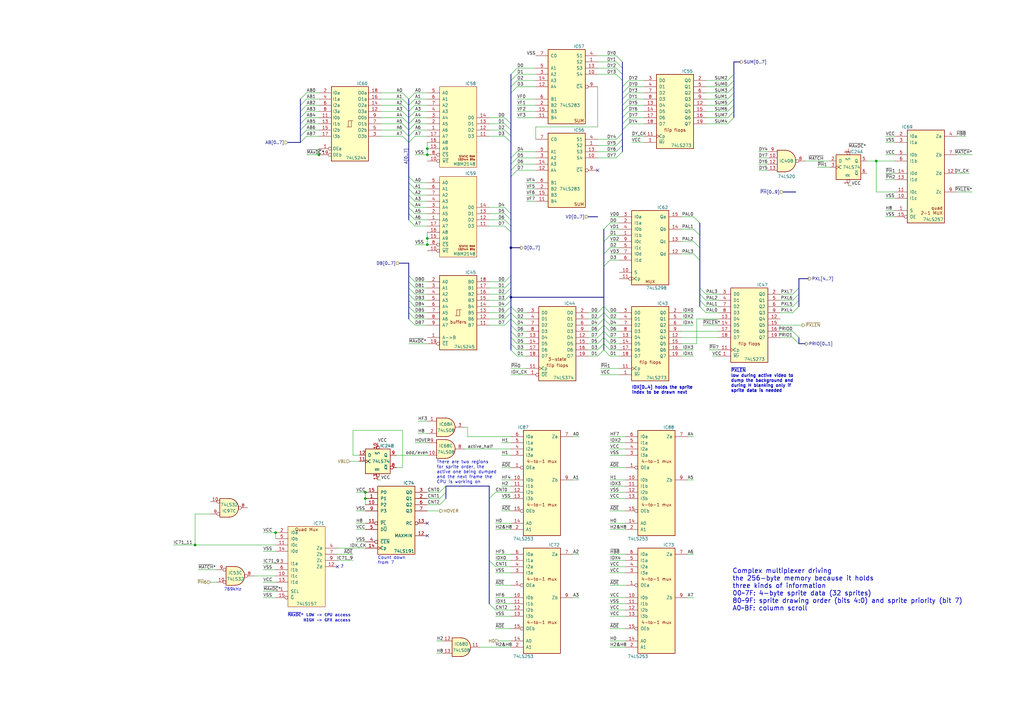
<source format=kicad_sch>
(kicad_sch (version 20231120) (generator "eeschema") (generator_version "8.0")
  (paper "A3")
  (title_block (date "2024-11-16") (company "JOTEGO") (comment 1 "www.patreon.com/jotego") (comment 2 "José Tejada"))
  (junction (at 209.55 121.92))
  (junction (at 175.26 60.96))
  (junction (at 209.55 101.6))
  (junction (at 359.41 66.04))
  (junction (at 80.01 223.52))
  (junction (at 113.03 218.44))
  (junction (at 175.26 63.5))
  (junction (at 175.26 100.33))
  (junction (at 149.86 204.47))
  (junction (at 130.81 63.5))
  (junction (at 175.26 97.79))
  (junction (at 149.86 201.93))
  (no_connect (at 175.26 219.71))
  (no_connect (at 245.11 69.85))
  (no_connect (at 175.26 214.63))
  (no_connect (at 138.43 232.41))
  (bus_entry (at 250.19 143.51) (size -2.54 -2.54))
  (bus_entry (at 209.55 140.97) (size 2.54 2.54))
  (bus_entry (at 255.27 43.18) (size 2.54 -2.54))
  (bus_entry (at 125.73 53.34) (size -2.54 2.54))
  (bus_entry (at 207.01 90.17) (size 2.54 2.54))
  (bus_entry (at 287.02 118.11) (size 2.54 2.54))
  (bus_entry (at 125.73 55.88) (size -2.54 2.54))
  (bus_entry (at 207.01 53.34) (size 2.54 2.54))
  (bus_entry (at 298.45 33.02) (size 2.54 -2.54))
  (bus_entry (at 165.1 45.72) (size 2.54 2.54))
  (bus_entry (at 287.02 123.19) (size 2.54 2.54))
  (bus_entry (at 284.48 88.9) (size 2.54 2.54))
  (bus_entry (at 207.01 133.35) (size 2.54 -2.54))
  (bus_entry (at 170.18 50.8) (size -2.54 2.54))
  (bus_entry (at 298.45 50.8) (size 2.54 -2.54))
  (bus_entry (at 125.73 48.26) (size -2.54 2.54))
  (bus_entry (at 170.18 40.64) (size -2.54 2.54))
  (bus_entry (at 252.73 25.4) (size 2.54 2.54))
  (bus_entry (at 245.11 146.05) (size 2.54 -2.54))
  (bus_entry (at 170.18 130.81) (size -2.54 -2.54))
  (bus_entry (at 125.73 43.18) (size -2.54 2.54))
  (bus_entry (at 170.18 48.26) (size -2.54 2.54))
  (bus_entry (at 209.55 128.27) (size 2.54 2.54))
  (bus_entry (at 170.18 128.27) (size -2.54 -2.54))
  (bus_entry (at 180.34 204.47) (size 2.54 -2.54))
  (bus_entry (at 207.01 120.65) (size 2.54 -2.54))
  (bus_entry (at 250.19 128.27) (size -2.54 -2.54))
  (bus_entry (at 284.48 93.98) (size 2.54 2.54))
  (bus_entry (at 207.01 128.27) (size 2.54 -2.54))
  (bus_entry (at 325.12 125.73) (size 2.54 -2.54))
  (bus_entry (at 212.09 67.31) (size -2.54 2.54))
  (bus_entry (at 252.73 62.23) (size 2.54 -2.54))
  (bus_entry (at 125.73 45.72) (size -2.54 2.54))
  (bus_entry (at 209.55 135.89) (size 2.54 2.54))
  (bus_entry (at 207.01 50.8) (size 2.54 2.54))
  (bus_entry (at 165.1 55.88) (size 2.54 2.54))
  (bus_entry (at 287.02 125.73) (size 2.54 2.54))
  (bus_entry (at 298.45 48.26) (size 2.54 -2.54))
  (bus_entry (at 255.27 48.26) (size 2.54 -2.54))
  (bus_entry (at 200.66 229.87) (size 2.54 2.54))
  (bus_entry (at 255.27 53.34) (size 2.54 -2.54))
  (bus_entry (at 200.66 204.47) (size 2.54 -2.54))
  (bus_entry (at 255.27 40.64) (size 2.54 -2.54))
  (bus_entry (at 247.65 99.06) (size 2.54 -2.54))
  (bus_entry (at 125.73 50.8) (size -2.54 2.54))
  (bus_entry (at 298.45 40.64) (size 2.54 -2.54))
  (bus_entry (at 207.01 115.57) (size 2.54 -2.54))
  (bus_entry (at 255.27 35.56) (size 2.54 -2.54))
  (bus_entry (at 245.11 143.51) (size 2.54 -2.54))
  (bus_entry (at 170.18 55.88) (size -2.54 2.54))
  (bus_entry (at 180.34 207.01) (size 2.54 -2.54))
  (bus_entry (at 212.09 33.02) (size -2.54 2.54))
  (bus_entry (at 170.18 125.73) (size -2.54 -2.54))
  (bus_entry (at 255.27 50.8) (size 2.54 -2.54))
  (bus_entry (at 325.12 123.19) (size 2.54 -2.54))
  (bus_entry (at 252.73 30.48) (size 2.54 2.54))
  (bus_entry (at 209.55 138.43) (size 2.54 2.54))
  (bus_entry (at 125.73 40.64) (size -2.54 2.54))
  (bus_entry (at 180.34 201.93) (size 2.54 -2.54))
  (bus_entry (at 245.11 133.35) (size 2.54 -2.54))
  (bus_entry (at 170.18 133.35) (size -2.54 -2.54))
  (bus_entry (at 165.1 40.64) (size 2.54 2.54))
  (bus_entry (at 170.18 38.1) (size -2.54 2.54))
  (bus_entry (at 170.18 80.01) (size -2.54 -2.54))
  (bus_entry (at 170.18 90.17) (size -2.54 -2.54))
  (bus_entry (at 325.12 138.43) (size 2.54 2.54))
  (bus_entry (at 212.09 35.56) (size -2.54 2.54))
  (bus_entry (at 255.27 38.1) (size 2.54 -2.54))
  (bus_entry (at 252.73 57.15) (size 2.54 -2.54))
  (bus_entry (at 247.65 93.98) (size 2.54 -2.54))
  (bus_entry (at 170.18 45.72) (size -2.54 2.54))
  (bus_entry (at 245.11 138.43) (size 2.54 -2.54))
  (bus_entry (at 298.45 38.1) (size 2.54 -2.54))
  (bus_entry (at 252.73 22.86) (size 2.54 2.54))
  (bus_entry (at 250.19 130.81) (size -2.54 -2.54))
  (bus_entry (at 245.11 140.97) (size 2.54 -2.54))
  (bus_entry (at 252.73 59.69) (size 2.54 -2.54))
  (bus_entry (at 209.55 133.35) (size 2.54 2.54))
  (bus_entry (at 298.45 45.72) (size 2.54 -2.54))
  (bus_entry (at 170.18 123.19) (size -2.54 -2.54))
  (bus_entry (at 212.09 30.48) (size -2.54 2.54))
  (bus_entry (at 207.01 85.09) (size 2.54 2.54))
  (bus_entry (at 250.19 133.35) (size -2.54 -2.54))
  (bus_entry (at 250.19 135.89) (size -2.54 -2.54))
  (bus_entry (at 170.18 82.55) (size -2.54 -2.54))
  (bus_entry (at 212.09 62.23) (size -2.54 2.54))
  (bus_entry (at 325.12 135.89) (size 2.54 2.54))
  (bus_entry (at 165.1 43.18) (size 2.54 2.54))
  (bus_entry (at 207.01 87.63) (size 2.54 2.54))
  (bus_entry (at 284.48 104.14) (size 2.54 2.54))
  (bus_entry (at 165.1 50.8) (size 2.54 2.54))
  (bus_entry (at 212.09 64.77) (size -2.54 2.54))
  (bus_entry (at 298.45 43.18) (size 2.54 -2.54))
  (bus_entry (at 170.18 115.57) (size -2.54 -2.54))
  (bus_entry (at 255.27 45.72) (size 2.54 -2.54))
  (bus_entry (at 212.09 27.94) (size -2.54 2.54))
  (bus_entry (at 245.11 135.89) (size 2.54 -2.54))
  (bus_entry (at 170.18 118.11) (size -2.54 -2.54))
  (bus_entry (at 170.18 74.93) (size -2.54 -2.54))
  (bus_entry (at 200.66 247.65) (size 2.54 2.54))
  (bus_entry (at 207.01 130.81) (size 2.54 -2.54))
  (bus_entry (at 207.01 125.73) (size 2.54 -2.54))
  (bus_entry (at 125.73 38.1) (size -2.54 2.54))
  (bus_entry (at 247.65 104.14) (size 2.54 -2.54))
  (bus_entry (at 252.73 64.77) (size 2.54 -2.54))
  (bus_entry (at 250.19 140.97) (size -2.54 -2.54))
  (bus_entry (at 165.1 53.34) (size 2.54 2.54))
  (bus_entry (at 170.18 120.65) (size -2.54 -2.54))
  (bus_entry (at 209.55 125.73) (size 2.54 2.54))
  (bus_entry (at 284.48 99.06) (size 2.54 2.54))
  (bus_entry (at 325.12 128.27) (size 2.54 -2.54))
  (bus_entry (at 170.18 92.71) (size -2.54 -2.54))
  (bus_entry (at 207.01 123.19) (size 2.54 -2.54))
  (bus_entry (at 170.18 43.18) (size -2.54 2.54))
  (bus_entry (at 170.18 85.09) (size -2.54 -2.54))
  (bus_entry (at 247.65 109.22) (size 2.54 -2.54))
  (bus_entry (at 212.09 69.85) (size -2.54 2.54))
  (bus_entry (at 298.45 35.56) (size 2.54 -2.54))
  (bus_entry (at 207.01 48.26) (size 2.54 2.54))
  (bus_entry (at 170.18 87.63) (size -2.54 -2.54))
  (bus_entry (at 170.18 77.47) (size -2.54 -2.54))
  (bus_entry (at 250.19 146.05) (size -2.54 -2.54))
  (bus_entry (at 325.12 120.65) (size 2.54 -2.54))
  (bus_entry (at 170.18 53.34) (size -2.54 2.54))
  (bus_entry (at 207.01 55.88) (size 2.54 2.54))
  (bus_entry (at 207.01 92.71) (size 2.54 2.54))
  (bus_entry (at 252.73 27.94) (size 2.54 2.54))
  (bus_entry (at 209.55 130.81) (size 2.54 2.54))
  (bus_entry (at 287.02 120.65) (size 2.54 2.54))
  (bus_entry (at 207.01 118.11) (size 2.54 -2.54))
  (bus_entry (at 165.1 38.1) (size 2.54 2.54))
  (bus_entry (at 245.11 128.27) (size 2.54 -2.54))
  (bus_entry (at 250.19 138.43) (size -2.54 -2.54))
  (bus_entry (at 209.55 143.51) (size 2.54 2.54))
  (bus_entry (at 165.1 48.26) (size 2.54 2.54))
  (bus_entry (at 245.11 130.81) (size 2.54 -2.54))
  (bus (pts (xy 247.65 135.89) (xy 247.65 133.35)))
  (wire (pts (xy 175.26 74.93) (xy 170.18 74.93)))
  (bus (pts (xy 209.55 133.35) (xy 209.55 130.81)))
  (wire (pts (xy 257.81 48.26) (xy 264.16 48.26)))
  (bus (pts (xy 209.55 30.48) (xy 209.55 33.02)))
  (wire (pts (xy 320.04 135.89) (xy 325.12 135.89)))
  (wire (pts (xy 257.81 43.18) (xy 264.16 43.18)))
  (wire (pts (xy 250.19 204.47) (xy 256.54 204.47)))
  (wire (pts (xy 175.26 53.34) (xy 170.18 53.34)))
  (bus (pts (xy 167.64 72.39) (xy 167.64 74.93)))
  (wire (pts (xy 320.04 120.65) (xy 325.12 120.65)))
  (bus (pts (xy 209.55 135.89) (xy 209.55 133.35)))
  (wire (pts (xy 245.11 30.48) (xy 252.73 30.48)))
  (wire (pts (xy 290.83 143.51) (xy 294.64 143.51)))
  (wire (pts (xy 175.26 77.47) (xy 170.18 77.47)))
  (wire (pts (xy 205.74 186.69) (xy 209.55 186.69)))
  (wire (pts (xy 320.04 128.27) (xy 325.12 128.27)))
  (wire (pts (xy 250.19 130.81) (xy 254 130.81)))
  (wire (pts (xy 347.98 76.2) (xy 349.25 76.2)))
  (wire (pts (xy 130.81 50.8) (xy 125.73 50.8)))
  (bus (pts (xy 327.66 118.11) (xy 327.66 114.3)))
  (bus (pts (xy 209.55 92.71) (xy 209.55 95.25)))
  (bus (pts (xy 247.65 133.35) (xy 247.65 130.81)))
  (bus (pts (xy 255.27 48.26) (xy 255.27 50.8)))
  (wire (pts (xy 245.11 35.56) (xy 245.11 52.07)))
  (bus (pts (xy 287.02 96.52) (xy 287.02 91.44)))
  (wire (pts (xy 215.9 82.55) (xy 219.71 82.55)))
  (bus (pts (xy 123.19 40.64) (xy 123.19 43.18)))
  (wire (pts (xy 363.22 88.9) (xy 367.03 88.9)))
  (wire (pts (xy 107.95 218.44) (xy 113.03 218.44)))
  (wire (pts (xy 250.19 217.17) (xy 256.54 217.17)))
  (bus (pts (xy 209.55 138.43) (xy 209.55 140.97)))
  (wire (pts (xy 171.45 177.8) (xy 175.26 177.8)))
  (wire (pts (xy 200.66 133.35) (xy 207.01 133.35)))
  (wire (pts (xy 107.95 233.68) (xy 113.03 233.68)))
  (wire (pts (xy 156.21 50.8) (xy 165.1 50.8)))
  (wire (pts (xy 279.4 146.05) (xy 284.48 146.05)))
  (wire (pts (xy 156.21 40.64) (xy 165.1 40.64)))
  (wire (pts (xy 125.73 40.64) (xy 130.81 40.64)))
  (bus (pts (xy 255.27 43.18) (xy 255.27 45.72)))
  (wire (pts (xy 257.81 45.72) (xy 264.16 45.72)))
  (wire (pts (xy 250.19 146.05) (xy 254 146.05)))
  (wire (pts (xy 335.28 68.58) (xy 340.36 68.58)))
  (wire (pts (xy 285.75 140.97) (xy 285.75 130.81)))
  (wire (pts (xy 156.21 55.88) (xy 165.1 55.88)))
  (wire (pts (xy 167.64 140.97) (xy 175.26 140.97)))
  (bus (pts (xy 209.55 101.6) (xy 213.36 101.6)))
  (wire (pts (xy 80.01 223.52) (xy 113.03 223.52)))
  (wire (pts (xy 320.04 125.73) (xy 325.12 125.73)))
  (bus (pts (xy 182.88 199.39) (xy 182.88 201.93)))
  (wire (pts (xy 279.4 99.06) (xy 284.48 99.06)))
  (wire (pts (xy 250.19 104.14) (xy 254 104.14)))
  (bus (pts (xy 167.64 74.93) (xy 167.64 77.47)))
  (wire (pts (xy 279.4 104.14) (xy 284.48 104.14)))
  (bus (pts (xy 255.27 59.69) (xy 255.27 62.23)))
  (wire (pts (xy 156.21 48.26) (xy 165.1 48.26)))
  (bus (pts (xy 300.99 45.72) (xy 300.99 48.26)))
  (wire (pts (xy 250.19 99.06) (xy 254 99.06)))
  (bus (pts (xy 300.99 33.02) (xy 300.99 35.56)))
  (wire (pts (xy 250.19 234.95) (xy 256.54 234.95)))
  (wire (pts (xy 215.9 74.93) (xy 219.71 74.93)))
  (bus (pts (xy 300.99 30.48) (xy 300.99 33.02)))
  (wire (pts (xy 250.19 181.61) (xy 256.54 181.61)))
  (wire (pts (xy 250.19 199.39) (xy 256.54 199.39)))
  (bus (pts (xy 327.66 120.65) (xy 327.66 118.11)))
  (wire (pts (xy 279.4 133.35) (xy 284.48 133.35)))
  (wire (pts (xy 285.75 130.81) (xy 294.64 130.81)))
  (wire (pts (xy 257.81 50.8) (xy 264.16 50.8)))
  (bus (pts (xy 123.19 53.34) (xy 123.19 55.88)))
  (bus (pts (xy 209.55 101.6) (xy 209.55 113.03)))
  (wire (pts (xy 281.94 245.11) (xy 284.48 245.11)))
  (wire (pts (xy 203.2 201.93) (xy 209.55 201.93)))
  (wire (pts (xy 203.2 214.63) (xy 209.55 214.63)))
  (bus (pts (xy 209.55 140.97) (xy 209.55 143.51)))
  (bus (pts (xy 182.88 201.93) (xy 182.88 204.47)))
  (bus (pts (xy 167.64 123.19) (xy 167.64 120.65)))
  (bus (pts (xy 209.55 53.34) (xy 209.55 55.88)))
  (bus (pts (xy 287.02 106.68) (xy 287.02 118.11)))
  (wire (pts (xy 200.66 55.88) (xy 207.01 55.88)))
  (wire (pts (xy 191.77 175.26) (xy 191.77 179.07)))
  (wire (pts (xy 289.56 120.65) (xy 294.64 120.65)))
  (bus (pts (xy 167.64 120.65) (xy 167.64 118.11)))
  (bus (pts (xy 209.55 50.8) (xy 209.55 53.34)))
  (wire (pts (xy 212.09 69.85) (xy 219.71 69.85)))
  (wire (pts (xy 363.22 71.12) (xy 367.03 71.12)))
  (wire (pts (xy 146.05 209.55) (xy 149.86 209.55)))
  (wire (pts (xy 215.9 80.01) (xy 219.71 80.01)))
  (wire (pts (xy 363.22 58.42) (xy 367.03 58.42)))
  (wire (pts (xy 311.15 69.85) (xy 314.96 69.85)))
  (wire (pts (xy 212.09 135.89) (xy 215.9 135.89)))
  (wire (pts (xy 113.03 220.98) (xy 113.03 218.44)))
  (wire (pts (xy 392.43 55.88) (xy 396.24 55.88)))
  (wire (pts (xy 138.43 227.33) (xy 144.78 227.33)))
  (bus (pts (xy 209.55 87.63) (xy 209.55 90.17)))
  (wire (pts (xy 359.41 66.04) (xy 359.41 78.74)))
  (wire (pts (xy 320.04 123.19) (xy 325.12 123.19)))
  (wire (pts (xy 200.66 53.34) (xy 207.01 53.34)))
  (wire (pts (xy 179.07 262.89) (xy 181.61 262.89)))
  (wire (pts (xy 279.4 143.51) (xy 284.48 143.51)))
  (bus (pts (xy 167.64 87.63) (xy 167.64 85.09)))
  (wire (pts (xy 170.18 125.73) (xy 175.26 125.73)))
  (bus (pts (xy 300.99 35.56) (xy 300.99 38.1)))
  (wire (pts (xy 175.26 207.01) (xy 180.34 207.01)))
  (wire (pts (xy 175.26 40.64) (xy 170.18 40.64)))
  (wire (pts (xy 146.05 222.25) (xy 149.86 222.25)))
  (wire (pts (xy 81.28 233.68) (xy 88.9 233.68)))
  (wire (pts (xy 138.43 229.87) (xy 144.78 229.87)))
  (wire (pts (xy 203.2 245.11) (xy 209.55 245.11)))
  (bus (pts (xy 255.27 54.61) (xy 255.27 53.34)))
  (wire (pts (xy 289.56 38.1) (xy 298.45 38.1)))
  (bus (pts (xy 327.66 123.19) (xy 327.66 120.65)))
  (wire (pts (xy 130.81 60.96) (xy 130.81 63.5)))
  (wire (pts (xy 245.11 62.23) (xy 252.73 62.23)))
  (bus (pts (xy 287.02 123.19) (xy 287.02 125.73)))
  (wire (pts (xy 147.32 186.69) (xy 144.78 186.69)))
  (wire (pts (xy 241.3 138.43) (xy 245.11 138.43)))
  (wire (pts (xy 149.86 204.47) (xy 149.86 207.01)))
  (bus (pts (xy 209.55 123.19) (xy 209.55 125.73)))
  (bus (pts (xy 255.27 30.48) (xy 255.27 27.94)))
  (bus (pts (xy 123.19 48.26) (xy 123.19 50.8)))
  (wire (pts (xy 245.11 27.94) (xy 252.73 27.94)))
  (wire (pts (xy 245.11 25.4) (xy 252.73 25.4)))
  (wire (pts (xy 175.26 92.71) (xy 170.18 92.71)))
  (bus (pts (xy 300.99 25.4) (xy 300.99 30.48)))
  (wire (pts (xy 250.19 101.6) (xy 254 101.6)))
  (wire (pts (xy 363.22 63.5) (xy 367.03 63.5)))
  (bus (pts (xy 123.19 45.72) (xy 123.19 48.26)))
  (wire (pts (xy 212.09 27.94) (xy 219.71 27.94)))
  (wire (pts (xy 355.6 66.04) (xy 359.41 66.04)))
  (wire (pts (xy 149.86 201.93) (xy 149.86 204.47)))
  (bus (pts (xy 123.19 50.8) (xy 123.19 53.34)))
  (wire (pts (xy 250.19 227.33) (xy 256.54 227.33)))
  (wire (pts (xy 175.26 90.17) (xy 170.18 90.17)))
  (bus (pts (xy 200.66 229.87) (xy 200.66 204.47)))
  (wire (pts (xy 294.64 133.35) (xy 288.29 133.35)))
  (wire (pts (xy 175.26 100.33) (xy 175.26 97.79)))
  (wire (pts (xy 250.19 135.89) (xy 254 135.89)))
  (wire (pts (xy 289.56 40.64) (xy 298.45 40.64)))
  (wire (pts (xy 392.43 63.5) (xy 398.78 63.5)))
  (wire (pts (xy 212.09 143.51) (xy 215.9 143.51)))
  (wire (pts (xy 205.74 199.39) (xy 209.55 199.39)))
  (bus (pts (xy 255.27 35.56) (xy 255.27 38.1)))
  (wire (pts (xy 245.11 59.69) (xy 252.73 59.69)))
  (wire (pts (xy 191.77 179.07) (xy 209.55 179.07)))
  (bus (pts (xy 247.65 143.51) (xy 247.65 140.97)))
  (wire (pts (xy 330.2 66.04) (xy 340.36 66.04)))
  (wire (pts (xy 146.05 214.63) (xy 149.86 214.63)))
  (bus (pts (xy 209.55 90.17) (xy 209.55 92.71)))
  (wire (pts (xy 250.19 240.03) (xy 256.54 240.03)))
  (wire (pts (xy 156.21 38.1) (xy 165.1 38.1)))
  (wire (pts (xy 289.56 50.8) (xy 298.45 50.8)))
  (wire (pts (xy 170.18 100.33) (xy 175.26 100.33)))
  (wire (pts (xy 212.09 62.23) (xy 219.71 62.23)))
  (wire (pts (xy 200.66 118.11) (xy 207.01 118.11)))
  (wire (pts (xy 107.95 238.76) (xy 113.03 238.76)))
  (bus (pts (xy 321.31 78.74) (xy 326.39 78.74)))
  (wire (pts (xy 107.95 242.57) (xy 113.03 242.57)))
  (wire (pts (xy 234.95 179.07) (xy 237.49 179.07)))
  (wire (pts (xy 212.09 146.05) (xy 215.9 146.05)))
  (wire (pts (xy 289.56 35.56) (xy 298.45 35.56)))
  (bus (pts (xy 255.27 45.72) (xy 255.27 48.26)))
  (wire (pts (xy 170.18 181.61) (xy 175.26 181.61)))
  (wire (pts (xy 250.19 262.89) (xy 256.54 262.89)))
  (wire (pts (xy 257.81 35.56) (xy 264.16 35.56)))
  (wire (pts (xy 204.47 262.89) (xy 209.55 262.89)))
  (bus (pts (xy 255.27 50.8) (xy 255.27 53.34)))
  (wire (pts (xy 212.09 67.31) (xy 219.71 67.31)))
  (wire (pts (xy 138.43 224.79) (xy 149.86 224.79)))
  (wire (pts (xy 175.26 38.1) (xy 170.18 38.1)))
  (bus (pts (xy 300.99 40.64) (xy 300.99 43.18)))
  (wire (pts (xy 200.66 87.63) (xy 207.01 87.63)))
  (wire (pts (xy 212.09 128.27) (xy 215.9 128.27)))
  (bus (pts (xy 200.66 199.39) (xy 182.88 199.39)))
  (wire (pts (xy 156.21 45.72) (xy 165.1 45.72)))
  (wire (pts (xy 156.21 43.18) (xy 165.1 43.18)))
  (bus (pts (xy 209.55 113.03) (xy 209.55 115.57)))
  (wire (pts (xy 175.26 85.09) (xy 170.18 85.09)))
  (bus (pts (xy 247.65 130.81) (xy 247.65 128.27)))
  (wire (pts (xy 234.95 227.33) (xy 237.49 227.33)))
  (wire (pts (xy 200.66 85.09) (xy 207.01 85.09)))
  (bus (pts (xy 167.64 82.55) (xy 167.64 80.01)))
  (wire (pts (xy 250.19 232.41) (xy 256.54 232.41)))
  (bus (pts (xy 167.64 55.88) (xy 167.64 58.42)))
  (wire (pts (xy 71.12 223.52) (xy 80.01 223.52)))
  (wire (pts (xy 281.94 227.33) (xy 284.48 227.33)))
  (wire (pts (xy 250.19 93.98) (xy 254 93.98)))
  (bus (pts (xy 209.55 138.43) (xy 209.55 135.89)))
  (wire (pts (xy 219.71 52.07) (xy 219.71 57.15)))
  (wire (pts (xy 212.09 45.72) (xy 219.71 45.72)))
  (wire (pts (xy 200.66 92.71) (xy 207.01 92.71)))
  (bus (pts (xy 209.55 33.02) (xy 209.55 35.56)))
  (wire (pts (xy 259.08 58.42) (xy 264.16 58.42)))
  (wire (pts (xy 165.1 191.77) (xy 162.56 191.77)))
  (wire (pts (xy 146.05 217.17) (xy 149.86 217.17)))
  (wire (pts (xy 320.04 133.35) (xy 328.93 133.35)))
  (bus (pts (xy 255.27 33.02) (xy 255.27 30.48)))
  (bus (pts (xy 209.55 38.1) (xy 209.55 50.8)))
  (bus (pts (xy 327.66 140.97) (xy 330.2 140.97)))
  (bus (pts (xy 247.65 104.14) (xy 247.65 99.06)))
  (wire (pts (xy 219.71 43.18) (xy 212.09 43.18)))
  (wire (pts (xy 250.19 191.77) (xy 256.54 191.77)))
  (bus (pts (xy 209.55 58.42) (xy 209.55 64.77)))
  (wire (pts (xy 86.36 238.76) (xy 88.9 238.76)))
  (wire (pts (xy 289.56 43.18) (xy 298.45 43.18)))
  (bus (pts (xy 209.55 55.88) (xy 209.55 58.42)))
  (wire (pts (xy 212.09 64.77) (xy 219.71 64.77)))
  (bus (pts (xy 327.66 125.73) (xy 327.66 123.19)))
  (wire (pts (xy 250.19 179.07) (xy 256.54 179.07)))
  (bus (pts (xy 255.27 35.56) (xy 255.27 33.02)))
  (bus (pts (xy 247.65 109.22) (xy 247.65 125.73)))
  (bus (pts (xy 167.64 85.09) (xy 167.64 82.55)))
  (wire (pts (xy 250.19 265.43) (xy 256.54 265.43)))
  (wire (pts (xy 311.15 62.23) (xy 314.96 62.23)))
  (wire (pts (xy 298.45 45.72) (xy 289.56 45.72)))
  (wire (pts (xy 250.19 96.52) (xy 254 96.52)))
  (bus (pts (xy 209.55 125.73) (xy 209.55 128.27)))
  (wire (pts (xy 250.19 209.55) (xy 256.54 209.55)))
  (wire (pts (xy 200.66 128.27) (xy 207.01 128.27)))
  (wire (pts (xy 170.18 120.65) (xy 175.26 120.65)))
  (wire (pts (xy 200.66 115.57) (xy 207.01 115.57)))
  (bus (pts (xy 167.64 50.8) (xy 167.64 53.34)))
  (bus (pts (xy 209.55 118.11) (xy 209.55 120.65)))
  (wire (pts (xy 190.5 184.15) (xy 209.55 184.15)))
  (wire (pts (xy 245.11 64.77) (xy 252.73 64.77)))
  (wire (pts (xy 175.26 209.55) (xy 180.34 209.55)))
  (wire (pts (xy 203.2 247.65) (xy 209.55 247.65)))
  (wire (pts (xy 156.21 53.34) (xy 165.1 53.34)))
  (bus (pts (xy 247.65 104.14) (xy 247.65 109.22)))
  (wire (pts (xy 250.19 143.51) (xy 254 143.51)))
  (wire (pts (xy 203.2 250.19) (xy 209.55 250.19)))
  (wire (pts (xy 170.18 130.81) (xy 175.26 130.81)))
  (wire (pts (xy 200.66 48.26) (xy 207.01 48.26)))
  (wire (pts (xy 363.22 73.66) (xy 367.03 73.66)))
  (wire (pts (xy 250.19 184.15) (xy 256.54 184.15)))
  (bus (pts (xy 247.65 138.43) (xy 247.65 135.89)))
  (wire (pts (xy 250.19 229.87) (xy 256.54 229.87)))
  (bus (pts (xy 209.55 35.56) (xy 209.55 38.1)))
  (bus (pts (xy 167.64 118.11) (xy 167.64 115.57)))
  (bus (pts (xy 241.3 88.9) (xy 245.11 88.9)))
  (wire (pts (xy 246.38 151.13) (xy 254 151.13)))
  (bus (pts (xy 287.02 120.65) (xy 287.02 123.19)))
  (bus (pts (xy 209.55 67.31) (xy 209.55 69.85)))
  (wire (pts (xy 175.26 87.63) (xy 170.18 87.63)))
  (wire (pts (xy 311.15 64.77) (xy 314.96 64.77)))
  (bus (pts (xy 255.27 40.64) (xy 255.27 43.18)))
  (wire (pts (xy 165.1 176.53) (xy 165.1 191.77)))
  (bus (pts (xy 255.27 38.1) (xy 255.27 40.64)))
  (wire (pts (xy 170.18 63.5) (xy 175.26 63.5)))
  (wire (pts (xy 175.26 80.01) (xy 170.18 80.01)))
  (bus (pts (xy 209.55 72.39) (xy 209.55 87.63)))
  (wire (pts (xy 250.19 201.93) (xy 256.54 201.93)))
  (wire (pts (xy 203.2 252.73) (xy 209.55 252.73)))
  (bus (pts (xy 327.66 114.3) (xy 331.47 114.3)))
  (wire (pts (xy 175.26 50.8) (xy 170.18 50.8)))
  (wire (pts (xy 250.19 138.43) (xy 254 138.43)))
  (wire (pts (xy 170.18 115.57) (xy 175.26 115.57)))
  (wire (pts (xy 289.56 123.19) (xy 294.64 123.19)))
  (wire (pts (xy 245.11 57.15) (xy 252.73 57.15)))
  (wire (pts (xy 250.19 250.19) (xy 256.54 250.19)))
  (wire (pts (xy 125.73 38.1) (xy 130.81 38.1)))
  (wire (pts (xy 203.2 217.17) (xy 209.55 217.17)))
  (wire (pts (xy 107.95 245.11) (xy 113.03 245.11)))
  (wire (pts (xy 250.19 140.97) (xy 254 140.97)))
  (wire (pts (xy 279.4 88.9) (xy 284.48 88.9)))
  (bus (pts (xy 255.27 54.61) (xy 255.27 57.15)))
  (wire (pts (xy 250.19 196.85) (xy 256.54 196.85)))
  (bus (pts (xy 167.64 113.03) (xy 167.64 107.95)))
  (wire (pts (xy 179.07 267.97) (xy 181.61 267.97)))
  (wire (pts (xy 130.81 53.34) (xy 125.73 53.34)))
  (bus (pts (xy 247.65 128.27) (xy 247.65 125.73)))
  (wire (pts (xy 146.05 201.93) (xy 149.86 201.93)))
  (wire (pts (xy 363.22 55.88) (xy 367.03 55.88)))
  (bus (pts (xy 209.55 64.77) (xy 209.55 67.31)))
  (wire (pts (xy 212.09 140.97) (xy 215.9 140.97)))
  (wire (pts (xy 212.09 48.26) (xy 219.71 48.26)))
  (wire (pts (xy 209.55 153.67) (xy 215.9 153.67)))
  (wire (pts (xy 200.66 130.81) (xy 207.01 130.81)))
  (wire (pts (xy 170.18 118.11) (xy 175.26 118.11)))
  (wire (pts (xy 107.95 231.14) (xy 113.03 231.14)))
  (wire (pts (xy 257.81 40.64) (xy 264.16 40.64)))
  (bus (pts (xy 118.11 58.42) (xy 123.19 58.42)))
  (wire (pts (xy 241.3 143.51) (xy 245.11 143.51)))
  (bus (pts (xy 200.66 247.65) (xy 200.66 229.87)))
  (wire (pts (xy 279.4 135.89) (xy 294.64 135.89)))
  (wire (pts (xy 125.73 43.18) (xy 130.81 43.18)))
  (wire (pts (xy 241.3 135.89) (xy 245.11 135.89)))
  (wire (pts (xy 246.38 153.67) (xy 254 153.67)))
  (bus (pts (xy 200.66 204.47) (xy 200.66 199.39)))
  (bus (pts (xy 247.65 99.06) (xy 247.65 93.98)))
  (wire (pts (xy 212.09 40.64) (xy 219.71 40.64)))
  (wire (pts (xy 241.3 140.97) (xy 245.11 140.97)))
  (bus (pts (xy 300.99 25.4) (xy 303.53 25.4)))
  (bus (pts (xy 209.55 118.11) (xy 209.55 115.57)))
  (bus (pts (xy 209.55 69.85) (xy 209.55 72.39)))
  (wire (pts (xy 203.2 234.95) (xy 209.55 234.95)))
  (wire (pts (xy 250.19 88.9) (xy 254 88.9)))
  (wire (pts (xy 212.09 33.02) (xy 219.71 33.02)))
  (wire (pts (xy 250.19 186.69) (xy 256.54 186.69)))
  (wire (pts (xy 241.3 133.35) (xy 245.11 133.35)))
  (wire (pts (xy 200.66 120.65) (xy 207.01 120.65)))
  (wire (pts (xy 279.4 93.98) (xy 284.48 93.98)))
  (bus (pts (xy 327.66 138.43) (xy 327.66 140.97)))
  (bus (pts (xy 167.64 45.72) (xy 167.64 48.26)))
  (wire (pts (xy 392.43 78.74) (xy 398.78 78.74)))
  (wire (pts (xy 241.3 130.81) (xy 245.11 130.81)))
  (wire (pts (xy 170.18 133.35) (xy 175.26 133.35)))
  (wire (pts (xy 320.04 138.43) (xy 325.12 138.43)))
  (wire (pts (xy 250.19 252.73) (xy 256.54 252.73)))
  (wire (pts (xy 175.26 95.25) (xy 175.26 97.79)))
  (wire (pts (xy 107.95 226.06) (xy 113.03 226.06)))
  (bus (pts (xy 287.02 118.11) (xy 287.02 120.65)))
  (wire (pts (xy 215.9 77.47) (xy 219.71 77.47)))
  (wire (pts (xy 175.26 201.93) (xy 180.34 201.93)))
  (bus (pts (xy 300.99 43.18) (xy 300.99 45.72)))
  (wire (pts (xy 125.73 45.72) (xy 130.81 45.72)))
  (wire (pts (xy 209.55 151.13) (xy 215.9 151.13)))
  (wire (pts (xy 289.56 33.02) (xy 298.45 33.02)))
  (wire (pts (xy 80.01 210.82) (xy 80.01 223.52)))
  (wire (pts (xy 200.66 125.73) (xy 207.01 125.73)))
  (wire (pts (xy 392.43 71.12) (xy 397.51 71.12)))
  (wire (pts (xy 289.56 125.73) (xy 294.64 125.73)))
  (wire (pts (xy 292.1 146.05) (xy 294.64 146.05)))
  (bus (pts (xy 209.55 120.65) (xy 209.55 121.92)))
  (wire (pts (xy 209.55 229.87) (xy 203.2 229.87)))
  (wire (pts (xy 203.2 227.33) (xy 209.55 227.33)))
  (bus (pts (xy 287.02 101.6) (xy 287.02 96.52)))
  (wire (pts (xy 175.26 63.5) (xy 175.26 60.96)))
  (bus (pts (xy 167.64 58.42) (xy 167.64 72.39)))
  (wire (pts (xy 171.45 172.72) (xy 175.26 172.72)))
  (wire (pts (xy 250.19 106.68) (xy 254 106.68)))
  (wire (pts (xy 250.19 245.11) (xy 256.54 245.11)))
  (wire (pts (xy 289.56 48.26) (xy 298.45 48.26)))
  (wire (pts (xy 311.15 67.31) (xy 314.96 67.31)))
  (wire (pts (xy 250.19 214.63) (xy 256.54 214.63)))
  (wire (pts (xy 200.66 50.8) (xy 207.01 50.8)))
  (wire (pts (xy 245.11 22.86) (xy 252.73 22.86)))
  (wire (pts (xy 175.26 204.47) (xy 180.34 204.47)))
  (bus (pts (xy 209.55 121.92) (xy 209.55 123.19)))
  (wire (pts (xy 234.95 196.85) (xy 237.49 196.85)))
  (wire (pts (xy 205.74 181.61) (xy 209.55 181.61)))
  (wire (pts (xy 175.26 58.42) (xy 175.26 60.96)))
  (wire (pts (xy 250.19 133.35) (xy 254 133.35)))
  (wire (pts (xy 250.19 257.81) (xy 256.54 257.81)))
  (wire (pts (xy 241.3 128.27) (xy 245.11 128.27)))
  (bus (pts (xy 167.64 53.34) (xy 167.64 55.88)))
  (wire (pts (xy 200.66 90.17) (xy 207.01 90.17)))
  (wire (pts (xy 259.08 55.88) (xy 264.16 55.88)))
  (wire (pts (xy 359.41 78.74) (xy 367.03 78.74)))
  (bus (pts (xy 255.27 59.69) (xy 255.27 57.15)))
  (wire (pts (xy 363.22 86.36) (xy 367.03 86.36)))
  (wire (pts (xy 359.41 66.04) (xy 367.03 66.04)))
  (wire (pts (xy 245.11 52.07) (xy 219.71 52.07)))
  (wire (pts (xy 281.94 179.07) (xy 284.48 179.07)))
  (wire (pts (xy 130.81 48.26) (xy 125.73 48.26)))
  (wire (pts (xy 170.18 123.19) (xy 175.26 123.19)))
  (wire (pts (xy 279.4 130.81) (xy 284.48 130.81)))
  (wire (pts (xy 203.2 232.41) (xy 209.55 232.41)))
  (wire (pts (xy 170.18 128.27) (xy 175.26 128.27)))
  (bus (pts (xy 209.55 130.81) (xy 209.55 128.27)))
  (bus (pts (xy 167.64 90.17) (xy 167.64 87.63)))
  (bus (pts (xy 167.64 125.73) (xy 167.64 123.19)))
  (wire (pts (xy 200.66 123.19) (xy 207.01 123.19)))
  (bus (pts (xy 167.64 43.18) (xy 167.64 45.72)))
  (wire (pts (xy 281.94 196.85) (xy 284.48 196.85)))
  (wire (pts (xy 156.21 196.85) (xy 154.94 196.85)))
  (wire (pts (xy 196.85 265.43) (xy 209.55 265.43)))
  (wire (pts (xy 80.01 210.82) (xy 86.36 210.82)))
  (wire (pts (xy 212.09 35.56) (xy 219.71 35.56)))
  (bus (pts (xy 123.19 55.88) (xy 123.19 58.42)))
  (bus (pts (xy 209.55 121.92) (xy 247.65 121.92)))
  (bus (pts (xy 287.02 106.68) (xy 287.02 101.6)))
  (wire (pts (xy 257.81 33.02) (xy 264.16 33.02)))
  (wire (pts (xy 144.78 176.53) (xy 165.1 176.53)))
  (wire (pts (xy 212.09 30.48) (xy 219.71 30.48)))
  (bus (pts (xy 123.19 43.18) (xy 123.19 45.72)))
  (wire (pts (xy 162.56 186.69) (xy 175.26 186.69)))
  (bus (pts (xy 167.64 48.26) (xy 167.64 50.8)))
  (wire (pts (xy 250.19 247.65) (xy 256.54 247.65)))
  (wire (pts (xy 212.09 133.35) (xy 215.9 133.35)))
  (wire (pts (xy 205.74 209.55) (xy 209.55 209.55)))
  (bus (pts (xy 167.64 128.27) (xy 167.64 125.73)))
  (wire (pts (xy 279.4 128.27) (xy 284.48 128.27)))
  (wire (pts (xy 190.5 175.26) (xy 191.77 175.26)))
  (wire (pts (xy 175.26 45.72) (xy 170.18 45.72)))
  (wire (pts (xy 212.09 138.43) (xy 215.9 138.43)))
  (wire (pts (xy 175.26 55.88) (xy 170.18 55.88)))
  (wire (pts (xy 130.81 55.88) (xy 125.73 55.88)))
  (bus (pts (xy 255.27 27.94) (xy 255.27 25.4)))
  (bus (pts (xy 167.64 40.64) (xy 167.64 43.18)))
  (wire (pts (xy 289.56 128.27) (xy 294.64 128.27)))
  (wire (pts (xy 205.74 196.85) (xy 209.55 196.85)))
  (wire (pts (xy 363.22 81.28) (xy 367.03 81.28)))
  (wire (pts (xy 257.81 38.1) (xy 264.16 38.1)))
  (wire (pts (xy 250.19 128.27) (xy 254 128.27)))
  (wire (pts (xy 175.26 82.55) (xy 170.18 82.55)))
  (wire (pts (xy 241.3 146.05) (xy 245.11 146.05)))
  (bus (pts (xy 167.64 80.01) (xy 167.64 77.47)))
  (wire (pts (xy 144.78 186.69) (xy 144.78 176.53)))
  (wire (pts (xy 234.95 245.11) (xy 237.49 245.11)))
  (wire (pts (xy 205.74 191.77) (xy 209.55 191.77)))
  (wire (pts (xy 175.26 43.18) (xy 170.18 43.18)))
  (wire (pts (xy 203.2 257.81) (xy 209.55 257.81)))
  (bus (pts (xy 167.64 130.81) (xy 167.64 128.27)))
  (wire (pts (xy 250.19 91.44) (xy 254 91.44)))
  (bus (pts (xy 209.55 95.25) (xy 209.55 101.6)))
  (bus (pts (xy 247.65 140.97) (xy 247.65 138.43)))
  (wire (pts (xy 143.51 189.23) (xy 147.32 189.23)))
  (bus (pts (xy 163.83 107.95) (xy 167.64 107.95)))
  (bus (pts (xy 300.99 38.1) (xy 300.99 40.64)))
  (wire (pts (xy 212.09 130.81) (xy 215.9 130.81)))
  (wire (pts (xy 104.14 236.22) (xy 113.03 236.22)))
  (wire (pts (xy 175.26 48.26) (xy 170.18 48.26)))
  (bus (pts (xy 167.64 115.57) (xy 167.64 113.03)))
  (wire (pts (xy 125.73 63.5) (xy 130.81 63.5)))
  (wire (pts (xy 279.4 140.97) (xy 285.75 140.97)))
  (wire (pts (xy 279.4 138.43) (xy 294.64 138.43)))
  (wire (pts (xy 205.74 204.47) (xy 209.55 204.47)))
  (wire (pts (xy 203.2 240.03) (xy 209.55 240.03)))
  (text "There are two regions\nfor sprite order, the\nactive one being dumped\nand the next frame the \nCPU is working on" (at 179.07 193.675 0) (effects (font (size 1.27 1.27)) (justify left)))
  (text "~{PXLEN}\nlow during active video to \ndump the background and\nduring H blanking only if \nsprite data is needed" (at 299.72 156.21 0) (effects (font (size 1.27 1.27) (thickness 0.254) (bold yes)) (justify left)))
  (text "Count down \nfrom 7" (at 154.94 229.87 0) (effects (font (size 1.27 1.27)) (justify left)))
  (text "IDX[0..4] holds the sprite\nindex to be drawn next" (at 259.08 160.02 0) (effects (font (size 1.27 1.27) (thickness 0.254) (bold yes)) (justify left)))
  (text "~{MAxDC}* LOW -> CPU access\n      HIGH -> GFX access" (at 118.11 254 0) (effects (font (size 1.27 1.27) (thickness 0.254) (bold yes)) (justify left)))
  (text "?" (at 139.7 232.41 0) (effects (font (size 1.27 1.27)) (justify left)))
  (text "Complex multiplexer driving\nthe 256-byte memory because it holds\nthree kinds of information\n00~7F: 4-byte sprite data (32 sprites)\n80~9F: sprite drawing order (bits 4:0) and sprite priority (bit 7)\nA0~BF: column scroll" (at 300.355 241.935 0) (effects (font (size 1.905 1.905) (thickness 0.254) (bold yes)) (justify left)))
  (text "769kHz\n" (at 99.06 242.57 0) (effects (font (size 1.27 1.27)) (justify right bottom)))
  (label "D7" (at 212.09 138.43 0))
  (label "A[0..7]" (at 167.64 67.31 90))
  (label "A3" (at 165.1 45.72 180))
  (label "PAL2" (at 289.56 123.19 0))
  (label "DY5" (at 252.73 59.69 180))
  (label "CNT1" (at 203.2 232.41 0))
  (label "D0" (at 207.01 48.26 180))
  (label "VF1" (at 212.09 43.18 0))
  (label "VF7" (at 215.9 82.55 0))
  (label "~{MATCH}" (at 337.82 66.04 180))
  (label "~{AOE}" (at 144.78 227.33 180))
  (label "DB5" (at 170.18 128.27 0))
  (label "~{PH}1" (at 335.28 68.58 0))
  (label "SUM0" (at 298.45 35.56 180))
  (label "H2" (at 179.07 262.89 0))
  (label "DB4" (at 170.18 125.73 0))
  (label "~{MAxDC}*" (at 107.95 242.57 0))
  (label "AB4" (at 125.73 48.26 0))
  (label "~{AOE}" (at 203.2 240.03 0))
  (label "IDX1" (at 284.48 146.05 180))
  (label "IDX3" (at 250.19 199.39 0))
  (label "A7" (at 170.18 92.71 0))
  (label "A0" (at 165.1 38.1 180))
  (label "AB1" (at 125.73 40.64 0))
  (label "SUM5" (at 298.45 43.18 180))
  (label "IDX4" (at 250.19 229.87 0))
  (label "DY1" (at 252.73 25.4 180))
  (label "D7" (at 207.01 133.35 180))
  (label "~{PXLEN}*" (at 288.29 133.35 0))
  (label "VCC" (at 363.22 63.5 0))
  (label "DY4" (at 311.15 62.23 0))
  (label "D5" (at 250.19 140.97 0))
  (label "PAL3" (at 284.48 104.14 180))
  (label "HF6" (at 203.2 245.11 0))
  (label "VSS" (at 203.2 252.73 0))
  (label "H8" (at 171.45 177.8 0))
  (label "~{MAxDC}*" (at 125.73 63.5 0))
  (label "D1" (at 212.09 30.48 0))
  (label "D6" (at 212.09 67.31 0))
  (label "A1" (at 165.1 40.64 180))
  (label "DY7" (at 311.15 64.77 0))
  (label "D6" (at 212.09 135.89 0))
  (label "DY0" (at 257.81 35.56 0))
  (label "H0" (at 250.19 214.63 0))
  (label "D0" (at 212.09 27.94 0))
  (label "D1" (at 212.09 146.05 0))
  (label "A4" (at 170.18 48.26 0))
  (label "CNT2" (at 203.2 250.19 0))
  (label "IC71_9" (at 144.78 229.87 180))
  (label "H2&H8" (at 250.19 217.17 0))
  (label "PXL7" (at 325.12 120.65 180))
  (label "active_half" (at 191.77 184.15 0))
  (label "DY6" (at 257.81 45.72 0))
  (label "IDX_CK" (at 209.55 153.67 0))
  (label "VSS" (at 203.2 234.95 0))
  (label "VF5" (at 215.9 77.47 0))
  (label "A7" (at 284.48 245.11 180))
  (label "A4" (at 284.48 179.07 180))
  (label "DY0" (at 252.73 22.86 180))
  (label "AB0" (at 125.73 38.1 0))
  (label "odd{slash}even" (at 166.37 186.69 0))
  (label "H0" (at 203.2 214.63 0))
  (label "PXL6" (at 325.12 123.19 180))
  (label "D7" (at 207.01 92.71 180))
  (label "DY6" (at 311.15 67.31 0))
  (label "D1" (at 250.19 146.05 0))
  (label "VSS" (at 170.18 63.5 0))
  (label "H8" (at 146.05 214.63 0))
  (label "AB7" (at 125.73 55.88 0))
  (label "SUM3" (at 298.45 38.1 180))
  (label "VCC" (at 349.25 76.2 0))
  (label "VCC" (at 107.95 238.76 0))
  (label "D6" (at 207.01 130.81 180))
  (label "VF6" (at 215.9 80.01 0))
  (label "~{MATCH}*" (at 81.28 233.68 0))
  (label "DY3" (at 252.73 30.48 180))
  (label "A0" (at 237.49 179.07 180))
  (label "D2" (at 245.11 130.81 180))
  (label "AB3" (at 125.73 45.72 0))
  (label "A2" (at 170.18 43.18 0))
  (label "A1" (at 170.18 77.47 0))
  (label "VCC" (at 292.1 146.05 0) (effects (font (thickness 0.1588))))
  (label "D1" (at 207.01 118.11 180))
  (label "A3" (at 237.49 245.11 180))
  (label "D4" (at 212.09 62.23 0))
  (label "VCC" (at 363.22 55.88 0))
  (label "A7" (at 165.1 55.88 180))
  (label "PAL0" (at 289.56 128.27 0))
  (label "~{HB8}" (at 396.24 55.88 180))
  (label "CNT2" (at 180.34 207.01 180))
  (label "D3" (at 250.19 143.51 0))
  (label "VSS" (at 107.95 245.11 0))
  (label "~{PH}1" (at 246.38 151.13 0))
  (label "VF2" (at 212.09 45.72 0))
  (label "AB6" (at 125.73 53.34 0))
  (label "A7" (at 170.18 55.88 0))
  (label "DY1" (at 257.81 40.64 0))
  (label "IDX4" (at 284.48 133.35 180))
  (label "VD3" (at 250.19 104.14 0))
  (label "IC71_11" (at 71.12 223.52 0))
  (label "H2&H8" (at 250.19 265.43 0))
  (label "DY5" (at 257.81 43.18 0))
  (label "~{PH}1" (at 363.22 71.12 0))
  (label "IDX_CK" (at 143.51 224.79 0))
  (label "~{PXLEN}*" (at 398.78 78.74 180))
  (label "IDX0" (at 284.48 128.27 180))
  (label "D0" (at 250.19 128.27 0))
  (label "DB3" (at 170.18 123.19 0))
  (label "SUM4" (at 298.45 50.8 180))
  (label "VCC" (at 156.21 196.85 0))
  (label "DB1" (at 170.18 118.11 0))
  (label "D2" (at 212.09 33.02 0))
  (label "DY6" (at 252.73 62.23 180))
  (label "DY3" (at 257.81 38.1 0))
  (label "VSS" (at 170.18 100.33 0))
  (label "D3" (at 212.09 35.56 0))
  (label "VD1" (at 250.19 93.98 0))
  (label "A5" (at 170.18 50.8 0))
  (label "D3" (at 245.11 143.51 180))
  (label "H8" (at 363.22 86.36 0))
  (label "VF3" (at 212.09 48.26 0))
  (label "PAL1" (at 289.56 125.73 0))
  (label "D2" (at 212.09 130.81 0))
  (label "H0" (at 250.19 262.89 0))
  (label "D5" (at 212.09 64.77 0))
  (label "DB0" (at 170.18 115.57 0))
  (label "D0" (at 212.09 128.27 0))
  (label "VSS" (at 363.22 81.28 0))
  (label "H1" (at 250.19 196.85 0))
  (label "IC71_9" (at 107.95 231.14 0))
  (label "~{PH}0" (at 209.55 151.13 0))
  (label "D5" (at 212.09 140.97 0))
  (label "A6" (at 170.18 53.34 0))
  (label "DY7" (at 252.73 64.77 180))
  (label "VSS" (at 363.22 88.9 0))
  (label "SUM2" (at 298.45 33.02 180))
  (label "VCC" (at 146.05 201.93 0))
  (label "A1" (at 170.18 40.64 0))
  (label "HF3" (at 171.45 172.72 0))
  (label "DY_CK" (at 259.08 55.88 0))
  (label "A6" (at 165.1 53.34 180))
  (label "VCC" (at 146.05 217.17 0))
  (label "SUM6" (at 298.45 45.72 180))
  (label "D1" (at 207.01 50.8 180))
  (label "CNT0" (at 180.34 201.93 180))
  (label "D6" (at 250.19 135.89 0))
  (label "D4" (at 207.01 125.73 180))
  (label "AB5" (at 125.73 50.8 0))
  (label "D2" (at 207.01 120.65 180))
  (label "VSS" (at 250.19 186.69 0))
  (label "D6" (at 207.01 90.17 180))
  (label "VSS" (at 107.95 233.68 0))
  (label "A0" (at 170.18 74.93 0))
  (label "VSS" (at 205.74 204.47 0))
  (label "D0" (at 250.19 91.44 0))
  (label "H2&H8" (at 203.2 265.43 0))
  (label "D4" (at 212.09 133.35 0))
  (label "H2" (at 205.74 199.39 0))
  (label "IDX0" (at 203.2 229.87 0))
  (label "D7" (at 250.19 138.43 0))
  (label "A3" (at 170.18 82.55 0))
  (label "VF4" (at 215.9 74.93 0))
  (label "D1" (at 245.11 146.05 180))
  (label "~{AOE}" (at 205.74 191.77 0))
  (label "D2" (at 250.19 101.6 0))
  (label "VCC" (at 246.38 153.67 0) (effects (font (thickness 0.1588))))
  (label "D3" (at 207.01 123.19 180))
  (label "A2" (at 237.49 227.33 180))
  (label "PXL4" (at 325.12 128.27 180))
  (label "HF4" (at 205.74 196.85 0))
  (label "H2&H8" (at 203.2 217.17 0))
  (label "DB6" (at 170.18 130.81 0))
  (label "HF7" (at 250.19 179.07 0))
  (label "VSS" (at 250.19 201.93 0))
  (label "D2" (at 250.19 130.81 0))
  (label "DY4" (at 257.81 50.8 0))
  (label "DB7" (at 170.18 133.35 0))
  (label "~{AOE}" (at 250.19 257.81 0))
  (label "~{HB8}" (at 250.19 227.33 0))
  (label "VCC" (at 250.19 234.95 0))
  (label "VCC" (at 250.19 232.41 0))
  (label "D7" (at 212.09 69.85 0))
  (label "VCC" (at 250.19 245.11 0))
  (label "A6" (at 284.48 227.33 180))
  (label "IDX1" (at 203.2 247.65 0))
  (label "A5" (at 284.48 196.85 180))
  (label "VSS" (at 146.05 209.55 0))
  (label "IDX2" (at 284.48 130.81 180))
  (label "D5" (at 207.01 128.27 180))
  (label "VSS" (at 107.95 226.06 0))
  (label "~{MATCH}*" (at 398.78 63.5 180))
  (label "DY4" (at 252.73 57.15 180))
  (label "A6" (at 170.18 90.17 0))
  (label "VCC" (at 250.19 252.73 0))
  (label "A2" (at 165.1 43.18 180))
  (label "~{AOE}" (at 250.19 209.55 0))
  (label "SUM1" (at 298.45 40.64 180))
  (label "VF0" (at 212.09 40.64 0))
  (label "D0" (at 207.01 115.57 180))
  (label "A4" (at 165.1 48.26 180))
  (label "VCC" (at 259.08 58.42 0))
  (label "VCC" (at 250.19 184.15 0))
  (label "~{MAxDC}*" (at 347.98 60.96 0))
  (label "~{MAxDC}*" (at 167.64 140.97 0))
  (label "D5" (at 207.01 87.63 180))
  (label "PRIO1" (at 325.12 138.43 180))
  (label "VSS" (at 146.05 222.25 0))
  (label "D6" (at 245.11 135.89 180))
  (label "D7" (at 245.11 138.43 180))
  (label "D3" (at 207.01 55.88 180))
  (label "CNT1" (at 180.34 204.47 180))
  (label "DY2" (at 257.81 33.02 0))
  (label "D1" (at 250.19 96.52 0))
  (label "VCC" (at 250.19 204.47 0))
  (label "D4" (at 250.19 133.35 0))
  (label "PXL5" (at 325.12 125.73 180))
  (label "IDX3" (at 284.48 143.51 180))
  (label "A4" (at 170.18 85.09 0))
  (label "A0" (at 170.18 38.1 0))
  (label "VSS" (at 250.19 247.65 0))
  (label "D3" (at 212.09 143.51 0))
  (label "VCC" (at 154.94 181.61 0))
  (label "AB2" (at 125.73 43.18 0))
  (label "DB2" (at 170.18 120.65 0))
  (label "VSS" (at 363.22 58.42 0))
  (label "VD2" (at 250.19 99.06 0))
  (label "D0" (at 245.11 128.27 180))
  (label "CNT0" (at 203.2 201.93 0))
  (label "DY5" (at 311.15 69.85 0))
  (label "DY_CK" (at 397.51 71.12 180))
  (label "DY7" (at 257.81 48.26 0))
  (label "PAL0" (at 284.48 88.9 180))
  (label "A3" (at 170.18 45.72 0))
  (label "A5" (at 170.18 87.63 0))
  (label "VCC" (at 107.95 218.44 0))
  (label "H8" (at 179.07 267.97 0))
  (label "PRIO0" (at 325.12 135.89 180))
  (label "D2" (at 207.01 53.34 180))
  (label "PAL1" (at 284.48 93.98 180))
  (label "HF5" (at 203.2 227.33 0))
  (label "VCC" (at 250.19 250.19 0))
  (label "IDX2" (at 250.19 181.61 0))
  (label "D5" (at 245.11 140.97 180))
  (label "~{PH}2" (at 363.22 73.66 0))
  (label "~{AOE}" (at 250.19 191.77 0))
  (label "SUM7" (at 298.45 48.26 180))
  (label "~{PH}7" (at 290.83 143.51 0))
  (label "DY2" (at 252.73 27.94 180))
  (label "VD0" (at 250.19 88.9 0))
  (label "A1" (at 237.49 196.85 180))
  (label "~{AOE}" (at 250.19 240.03 0))
  (label "PAL2" (at 284.48 99.06 180))
  (label "VSS" (at 219.71 22.86 180))
  (label "D3" (at 250.19 106.68 0))
  (label "HOVER" (at 170.18 181.61 0))
  (label "D4" (at 245.11 133.35 180))
  (label "A5" (at 165.1 50.8 180))
  (label "A2" (at 170.18 80.01 0))
  (label "PAL3" (at 289.56 120.65 0))
  (label "H1" (at 205.74 186.69 0))
  (label "~{AOE}" (at 203.2 257.81 0))
  (label "D4" (at 207.01 85.09 180))
  (label "~{AOE}" (at 205.74 209.55 0))
  (label "H1" (at 205.74 181.61 0))
  (hierarchical_label "VD[0..7]" (shape input) (at 241.3 88.9 180))
  (hierarchical_label "PRIO[0..1]" (shape output) (at 330.2 140.97 0))
  (hierarchical_label "PXL[4..7]" (shape output) (at 331.47 114.3 0))
  (hierarchical_label "AB[0..7]" (shape input) (at 118.11 58.42 180))
  (hierarchical_label "D[0..7]" (shape output) (at 213.36 101.6 0))
  (hierarchical_label "VBL" (shape input) (at 143.51 189.23 180))
  (hierarchical_label "~{PXLEN}" (shape output) (at 328.93 133.35 0) (effects (font (thickness 0.1588))))
  (hierarchical_label "H0" (shape input) (at 204.47 262.89 180))
  (hierarchical_label "~{PH}[0..9]" (shape input) (at 321.31 78.74 180))
  (hierarchical_label "DB[0..7]" (shape input) (at 163.83 107.95 180))
  (hierarchical_label "SUM[0..7]" (shape output) (at 303.53 25.4 0) (effects (font (thickness 0.1588))))
  (hierarchical_label "~{PH}6" (shape input) (at 86.36 238.76 180))
  (hierarchical_label "HOVER" (shape output) (at 180.34 209.55 0))
  (symbol (lib_id "arcade:MBM2148") (at 187.96 52.07 0) (unit 1)
    (property "Reference" "IC58" (at 193.04 34.29 0))
    (property "Value" "MBM2148" (at 190.5 67.31 0))
    (property "Datasheet" "https://www.datasheetarchive.com/datasheet?id=e95fe7211d6cfc607849606170101acf0c7c72&type=M&term=mbm2148" (effects (hide yes)))
  )
  (symbol (lib_id "jt74:74LS191") (at 162.56 212.09 0) (unit 1)
    (property "Reference" "IC74" (at 167.64 198.12 0))
    (property "Value" "74LS191" (at 165.735 226.06 0))
    (property "Datasheet" "http://www.ti.com/lit/gpn/sn74LS191" (effects (hide yes)))
    (property "Description" "4-bit Synchronous Up/Down binary Counter" (effects (hide yes)))
  )
  (symbol (lib_id "jt74:74LS08") (at 189.23 265.43 0) (unit 4)
    (property "Reference" "IC68" (at 189.23 264.16 0))
    (property "Value" "74LS08" (at 189.23 266.7 0))
    (property "Datasheet" "http://www.ti.com/lit/gpn/sn74LS08" (effects (hide yes)))
    (property "Description" "Quad And2" (effects (hide yes)))
  )
  (symbol (lib_id "jt74:74LS157") (at 125.73 231.14 0) (unit 1)
    (property "Reference" "IC71" (at 130.81 214.63 0))
    (property "Value" "74LS157" (at 125.73 247.65 0))
    (property "Datasheet" "https://www.alldatasheet.com/datasheet-pdf/pdf/27402/TI/74LS157.html" (effects (hide yes)))
    (property "Description" "Quad 2 to 1 line Multiplexer" (effects (hide yes)))
  )
  (symbol (lib_id "jt74:74LS253") (at 222.25 196.85 0) (unit 1)
    (property "Reference" "IC87" (at 214.63 175.26 0))
    (property "Value" "74LS253" (at 214.63 220.98 0))
    (property "Datasheet" "http://www.ti.com/lit/gpn/sn74LS253" (effects (hide yes)))
    (property "Description" "Dual Multiplexer 4 to 1, 3-State Outputs" (effects (hide yes)))
  )
  (symbol (lib_id "jt74:74LS244") (at 143.51 50.8 0) (unit 1)
    (property "Reference" "IC60" (at 148.59 34.29 0))
    (property "Value" "74LS244" (at 146.05 64.77 0))
    (property "Datasheet" "http://www.ti.com/lit/gpn/sn74LS244" (effects (hide yes)))
    (property "Description" "8-bit Bus Buffer 3-State outputs" (effects (hide yes)))
  )
  (symbol (lib_id "jt74:74LS74") (at 154.94 189.23 0) (unit 2)
    (property "Reference" "IC24" (at 158.75 182.88 0))
    (property "Value" "74LS74" (at 156.21 189.23 0))
    (property "Datasheet" "74xx/74hc_hct74.pdf" (effects (hide yes)))
    (property "Description" "Dual D Flip-flop, Set & Reset" (effects (hide yes)))
  )
  (symbol (lib_id "jt74:74LS273") (at 307.34 133.35 0) (unit 1)
    (property "Reference" "IC47" (at 314.96 116.84 0) (effects (justify right)))
    (property "Value" "74LS273" (at 313.69 147.32 0) (effects (justify right)))
    (property "Datasheet" "http://www.ti.com/lit/gpn/sn74LS273" (effects (hide yes)))
    (property "Description" "8-bit D Flip-Flop, reset" (effects (hide yes)))
  )
  (symbol (lib_id "jt74:74LS283") (at 232.41 35.56 0) (unit 1)
    (property "Reference" "IC57" (at 237.49 19.05 0))
    (property "Value" "74LS283" (at 233.68 43.18 0))
    (property "Datasheet" "http://www.ti.com/lit/gpn/sn74LS283" (effects (hide yes)))
  )
  (symbol (lib_id "jt74:74LS08") (at 182.88 184.15 0) (unit 3)
    (property "Reference" "IC68" (at 182.88 182.88 0))
    (property "Value" "74LS08" (at 182.88 185.42 0))
    (property "Datasheet" "http://www.ti.com/lit/gpn/sn74LS08" (effects (hide yes)))
    (property "Description" "Quad And2" (effects (hide yes)))
  )
  (symbol (lib_id "jt74:74LS257") (at 379.73 71.12 0) (unit 1)
    (property "Reference" "IC69" (at 372.11 52.07 0))
    (property "Value" "74LS257" (at 382.778 90.043 0))
    (property "Datasheet" "https://www.ti.com/lit/ds/symlink/sn74ls257b.pdf?ts=1729324000359&ref_url=https%253A%252F%252Fwww.ti.com%252Fproduct%252FSN74LS257B" (effects (hide yes)))
    (property "Description" "Quad 2 to 1 Multiplexer" (effects (hide yes)))
  )
  (symbol (lib_id "jt74:74LS283") (at 232.41 69.85 0) (unit 1)
    (property "Reference" "IC56" (at 237.49 53.34 0))
    (property "Value" "74LS283" (at 233.68 77.47 0))
    (property "Datasheet" "http://www.ti.com/lit/gpn/sn74LS283" (effects (hide yes)))
  )
  (symbol (lib_id "jt74:74LS245") (at 187.96 128.27 0) (unit 1)
    (property "Reference" "IC45" (at 193.04 111.76 0))
    (property "Value" "74LS245" (at 190.5 142.24 0))
    (property "Datasheet" "http://www.ti.com/lit/gpn/sn74LS245" (effects (hide yes)))
  )
  (symbol (lib_id "jt74:74LS32") (at 96.52 236.22 0) (unit 3) (convert 2)
    (property "Reference" "IC53" (at 96.52 234.95 0))
    (property "Value" "74LS32" (at 96.52 237.49 0))
    (property "Datasheet" "http://www.ti.com/lit/gpn/sn74LS32" (effects (hide yes)))
    (property "Description" "Quad 2-input OR" (effects (hide yes)))
  )
  (symbol (lib_id "arcade:MBM2148") (at 187.96 88.9 0) (unit 1)
    (property "Reference" "IC59" (at 193.04 71.12 0))
    (property "Value" "MBM2148" (at 190.5 104.14 0))
    (property "Datasheet" "https://www.datasheetarchive.com/datasheet?id=e95fe7211d6cfc607849606170101acf0c7c72&type=M&term=mbm2148" (effects (hide yes)))
  )
  (symbol (lib_id "jt74:74LS253") (at 222.25 245.11 0) (unit 1)
    (property "Reference" "IC72" (at 227.33 223.52 0))
    (property "Value" "74LS253" (at 214.63 269.24 0))
    (property "Datasheet" "http://www.ti.com/lit/gpn/sn74LS253" (effects (hide yes)))
    (property "Description" "Dual Multiplexer 4 to 1, 3-State Outputs" (effects (hide yes)))
  )
  (symbol (lib_id "jt74:74LS273") (at 276.86 45.72 0) (unit 1)
    (property "Reference" "IC55" (at 281.94 29.21 0))
    (property "Value" "74LS273" (at 279.4 59.69 0))
    (property "Datasheet" "http://www.ti.com/lit/gpn/sn74LS273" (effects (hide yes)))
    (property "Description" "8-bit D Flip-Flop, reset" (effects (hide yes)))
  )
  (symbol (lib_id "jt74:74LS253") (at 269.24 196.85 0) (unit 1)
    (property "Reference" "IC88" (at 274.32 175.26 0))
    (property "Value" "74LS253" (at 261.62 220.98 0))
    (property "Datasheet" "http://www.ti.com/lit/gpn/sn74LS253" (effects (hide yes)))
    (property "Description" "Dual Multiplexer 4 to 1, 3-State Outputs" (effects (hide yes)))
  )
  (symbol (lib_id "jt74:74LS253") (at 269.24 245.11 0) (unit 1)
    (property "Reference" "IC73" (at 274.32 223.52 0))
    (property "Value" "74LS253" (at 261.62 269.24 0))
    (property "Datasheet" "http://www.ti.com/lit/gpn/sn74LS253" (effects (hide yes)))
    (property "Description" "Dual Multiplexer 4 to 1, 3-State Outputs" (effects (hide yes)))
  )
  (symbol (lib_id "jt74:74LS20") (at 322.58 66.04 0) (unit 2)
    (property "Reference" "IC40" (at 322.58 66.04 0))
    (property "Value" "74LS20" (at 322.58 72.39 0))
    (property "Datasheet" "http://www.ti.com/lit/gpn/sn74LS20" (effects (hide yes)))
    (property "Description" "Dual 4-input NAND" (effects (hide yes)))
  )
  (symbol (lib_id "jt74:74LS74") (at 347.98 68.58 0) (unit 1)
    (property "Reference" "IC24" (at 351.155 62.23 0))
    (property "Value" "74LS74" (at 349.25 68.58 0))
    (property "Datasheet" "74xx/74hc_hct74.pdf" (effects (hide yes)))
    (property "Description" "Dual D Flip-flop, Set & Reset" (effects (hide yes)))
  )
  (symbol (lib_id "jt74:74LS273") (at 266.7 140.97 0) (unit 1)
    (property "Reference" "IC43" (at 271.78 124.46 0))
    (property "Value" "74LS273" (at 269.24 154.94 0))
    (property "Datasheet" "http://www.ti.com/lit/gpn/sn74LS273" (effects (hide yes)))
    (property "Description" "8-bit D Flip-Flop, reset" (effects (hide yes)))
  )
  (symbol (lib_id "jt74:74LS298") (at 266.7 101.6 0) (unit 1)
    (property "Reference" "IC62" (at 271.78 85.09 0))
    (property "Value" "74LS298" (at 269.24 118.11 0))
    (property "Datasheet" "http://www.ti.com/lit/gpn/sn74LS298" (effects (hide yes)))
    (property "Description" "Quad 2 to 1 multiplexer with storage" (effects (hide yes)))
  )
  (symbol (lib_id "jt74:74LS32") (at 93.98 208.28 0) (mirror x) (unit 3) (convert 2)
    (property "Reference" "IC97" (at 93.98 209.55 0))
    (property "Value" "74LS32" (at 93.98 207.01 0))
    (property "Datasheet" "http://www.ti.com/lit/gpn/sn74LS32" (effects (hide yes)))
    (property "Description" "Quad 2-input OR" (effects (hide yes)))
  )
  (symbol (lib_id "jt74:74LS08") (at 182.88 175.26 0) (unit 1)
    (property "Reference" "IC68" (at 182.88 173.99 0))
    (property "Value" "74LS08" (at 182.88 176.53 0))
    (property "Datasheet" "http://www.ti.com/lit/gpn/sn74LS08" (effects (hide yes)))
    (property "Description" "Quad And2" (effects (hide yes)))
  )
  (symbol (lib_id "jt74:74LS374") (at 228.6 140.97 0) (unit 1)
    (property "Reference" "IC44" (at 233.68 124.46 0))
    (property "Value" "74LS374" (at 231.14 154.94 0))
    (property "Datasheet" "http://www.ti.com/lit/gpn/sn74LS374" (effects (hide yes)))
  )
)
</source>
